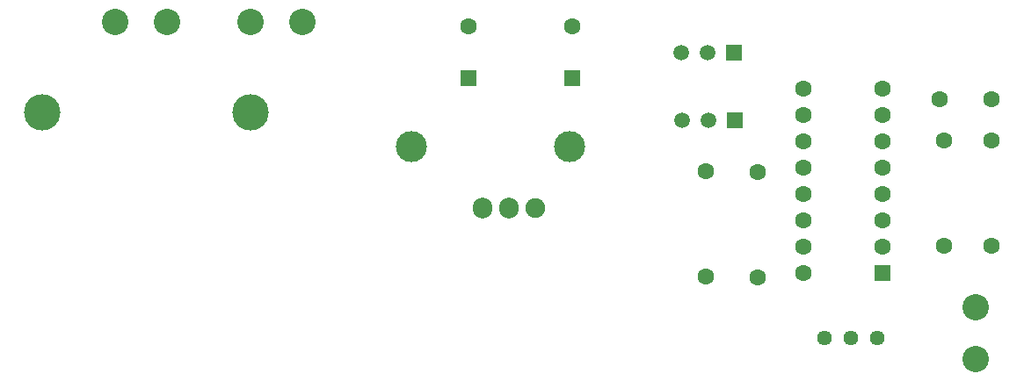
<source format=gbr>
%TF.GenerationSoftware,KiCad,Pcbnew,9.0.4*%
%TF.CreationDate,2025-11-25T15:00:47-03:00*%
%TF.ProjectId,Conversor Boost-MCC. Andr__ Nicollas e Vinicius,436f6e76-6572-4736-9f72-20426f6f7374,rev?*%
%TF.SameCoordinates,Original*%
%TF.FileFunction,Soldermask,Bot*%
%TF.FilePolarity,Negative*%
%FSLAX46Y46*%
G04 Gerber Fmt 4.6, Leading zero omitted, Abs format (unit mm)*
G04 Created by KiCad (PCBNEW 9.0.4) date 2025-11-25 15:00:47*
%MOMM*%
%LPD*%
G01*
G04 APERTURE LIST*
G04 Aperture macros list*
%AMRoundRect*
0 Rectangle with rounded corners*
0 $1 Rounding radius*
0 $2 $3 $4 $5 $6 $7 $8 $9 X,Y pos of 4 corners*
0 Add a 4 corners polygon primitive as box body*
4,1,4,$2,$3,$4,$5,$6,$7,$8,$9,$2,$3,0*
0 Add four circle primitives for the rounded corners*
1,1,$1+$1,$2,$3*
1,1,$1+$1,$4,$5*
1,1,$1+$1,$6,$7*
1,1,$1+$1,$8,$9*
0 Add four rect primitives between the rounded corners*
20,1,$1+$1,$2,$3,$4,$5,0*
20,1,$1+$1,$4,$5,$6,$7,0*
20,1,$1+$1,$6,$7,$8,$9,0*
20,1,$1+$1,$8,$9,$2,$3,0*%
G04 Aperture macros list end*
%ADD10C,3.000000*%
%ADD11RoundRect,0.250000X0.550000X-0.550000X0.550000X0.550000X-0.550000X0.550000X-0.550000X-0.550000X0*%
%ADD12C,1.600000*%
%ADD13C,2.540000*%
%ADD14O,1.905000X2.000000*%
%ADD15C,1.905000*%
%ADD16C,1.440000*%
%ADD17RoundRect,0.250000X0.550000X0.550000X-0.550000X0.550000X-0.550000X-0.550000X0.550000X-0.550000X0*%
%ADD18C,1.500000*%
%ADD19R,1.500000X1.500000*%
%ADD20C,3.500000*%
G04 APERTURE END LIST*
D10*
%TO.C,D1*%
X78500000Y-35000000D03*
X93750000Y-35000000D03*
%TD*%
D11*
%TO.C,C1*%
X84000000Y-28402651D03*
D12*
X84000000Y-23402651D03*
%TD*%
%TO.C,C2*%
X94000000Y-23402651D03*
D11*
X94000000Y-28402651D03*
%TD*%
D13*
%TO.C,J3*%
X68000000Y-23000000D03*
X63000000Y-23000000D03*
%TD*%
D14*
%TO.C,Q1*%
X85420000Y-41000000D03*
D15*
X90500000Y-41000000D03*
D14*
X87960000Y-41000000D03*
%TD*%
D16*
%TO.C,RV1*%
X123370000Y-53500000D03*
X120830000Y-53500000D03*
X118290000Y-53500000D03*
%TD*%
D12*
%TO.C,R1*%
X129870000Y-44580000D03*
X129870000Y-34420000D03*
%TD*%
%TO.C,U1*%
X116250000Y-47200000D03*
X116250000Y-44660000D03*
X116250000Y-42120000D03*
X116250000Y-39580000D03*
X116250000Y-37040000D03*
X116250000Y-34500000D03*
X116250000Y-31960000D03*
X116250000Y-29420000D03*
X123870000Y-29420000D03*
X123870000Y-31960000D03*
X123870000Y-34500000D03*
X123870000Y-37040000D03*
X123870000Y-39580000D03*
X123870000Y-42120000D03*
X123870000Y-44660000D03*
D17*
X123870000Y-47200000D03*
%TD*%
D12*
%TO.C,R4*%
X106870000Y-47580000D03*
X106870000Y-37420000D03*
%TD*%
%TO.C,R2*%
X134370000Y-34420000D03*
X134370000Y-44580000D03*
%TD*%
%TO.C,R3*%
X111870000Y-37500000D03*
X111870000Y-47660000D03*
%TD*%
D13*
%TO.C,J2*%
X132870000Y-50500000D03*
X132870000Y-55500000D03*
%TD*%
D12*
%TO.C,C3*%
X134370000Y-30500000D03*
X129370000Y-30500000D03*
%TD*%
D18*
%TO.C,Q3*%
X104580000Y-32480000D03*
X107120000Y-32480000D03*
D19*
X109660000Y-32480000D03*
%TD*%
D18*
%TO.C,Q2*%
X104540000Y-25980000D03*
X107080000Y-25980000D03*
D19*
X109620000Y-25980000D03*
%TD*%
D20*
%TO.C,L1*%
X63000000Y-31750000D03*
X43000000Y-31750000D03*
%TD*%
D13*
%TO.C,J1*%
X50000000Y-23000000D03*
X55000000Y-23000000D03*
%TD*%
M02*

</source>
